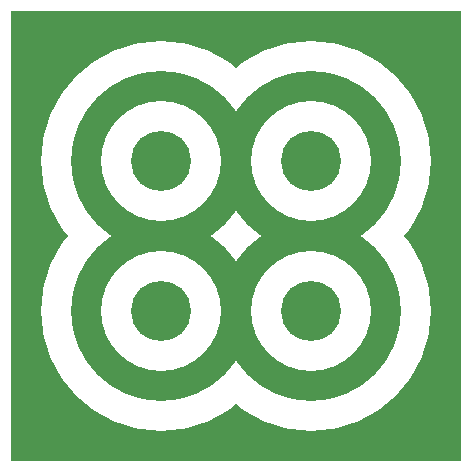
<source format=gbr>
%FSLAX34Y34*%%MOIN*%%ADD10R,1X1*%%ADD11C,0.8*%%ADD12C,0.6*%%ADD13C,0.4*%%ADD14C,0.2*%%SRX2Y2I0.5J0.5*%D10*D03*%LPC*%D11*D03*%LPD*%D12*D03*%LPC*%D13*D03*%LPD*%D14*D03*M02*
</source>
